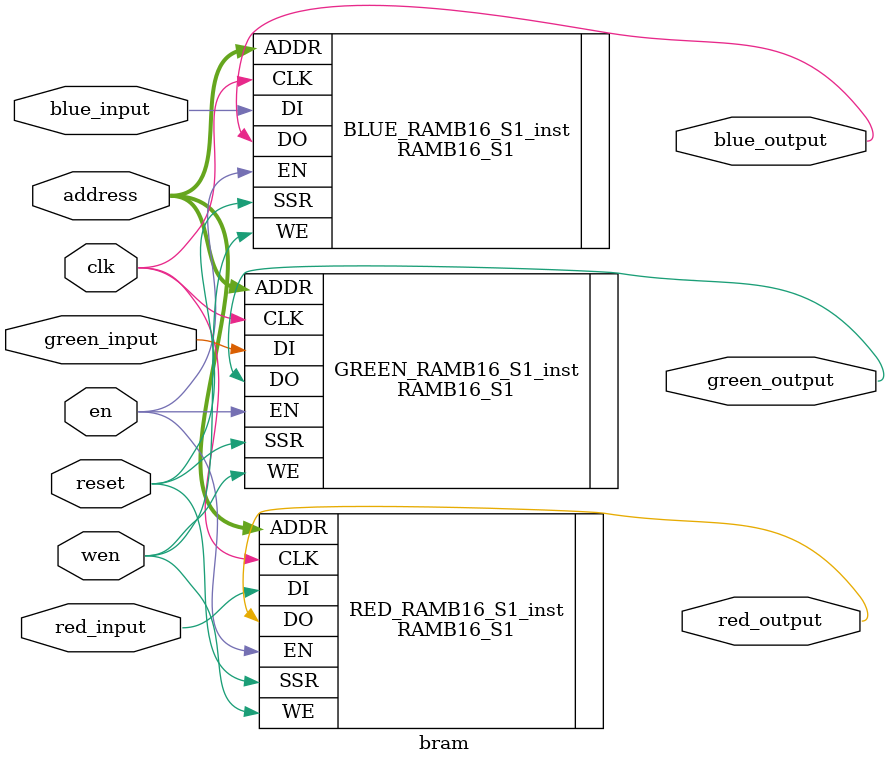
<source format=v>
module bram(clk, reset, en, wen, red_input, green_input, blue_input, address,
            red_output, green_output, blue_output);
input clk, reset, en, wen;
input red_input, green_input, blue_input;
input [13:0] address;
output red_output, green_output, blue_output;

//  RAMB16_S1  : In order to incorporate this function into the design,
//   Verilog   : the forllowing instance declaration needs to be placed
//  instance   : in the body of the design code.  The instance name
// declaration : (RAMB16_S1_inst) and/or the port declarations within the
//    code     : parenthesis may be changed to properly reference and
//             : connect this function to the design.  All inputs
//             : and outputs must be connected.

//  <-----Cut code below this line---->

   // RAMB16_S1: 16kx1 Single-Port RAM
   //            Spartan-3E
   // Xilinx HDL Language Template, version 14.7

   RAMB16_S1 #(
      .INIT(1'b0),  // Value of output RAM registers at startup
      .SRVAL(1'b0), // Output value upon SSR assertion
      .WRITE_MODE("WRITE_FIRST"), // WRITE_FIreset, READ_FIreset or NO_CHANGE

      // The forllowing INIT_xx declarations specify the initial contents of the RAM
      // Address 0 to 4095

      // the red one
      .INIT_2F(256'hFFFFFFFFFFFFFFFFFFFFFFFFFFFFFFFFFFFFFFFFFFFFFFFFFFFFFFFFFFFFFFFFF),
      .INIT_2E(256'hFFFFFFFFFFFFFFFFFFFFFFFFFFFFFFFFFFFFFFFFFFFFFFFFFFFFFFFFFFFFFFFFF),
      .INIT_2D(256'hFFFFFFFFFFFFFFFFFFFFFFFFFFFFFFFFFFFFFFFFFFFFFFFFFFFFFFFFFFFFFFFFF),
      .INIT_2C(256'hFFFFFFFFFFFFFFFFFFFFFFFFFFFFFFFFFFFFFFFFFFFFFFFFFFFFFFFFFFFFFFFFF),
      .INIT_2B(256'hFFFFFFFFFFFFFFFFFFFFFFFFFFFFFFFFFFFFFFFFFFFFFFFFFFFFFFFFFFFFFFFFF),
      .INIT_2A(256'hFFFFFFFFFFFFFFFFFFFFFFFFFFFFFFFFFFFFFFFFFFFFFFFFFFFFFFFFFFFFFFFFF),
      .INIT_29(256'hFFFFFFFFFFFFFFFFFFFFFFFFFFFFFFFFFFFFFFFFFFFFFFFFFFFFFFFFFFFFFFFFF),
      .INIT_28(256'hFFFFFFFFFFFFFFFFFFFFFFFFFFFFFFFFFFFFFFFFFFFFFFFFFFFFFFFFFFFFFFFFF),
      .INIT_27(256'hFFFFFFFFFFFFFFFFFFFFFFFFFFFFFFFFFFFFFFFFFFFFFFFFFFFFFFFFFFFFFFFFF),
      .INIT_26(256'hFFFFFFFFFFFFFFFFFFFFFFFFFFFFFFFFFFFFFFFFFFFFFFFFFFFFFFFFFFFFFFFFF),
      .INIT_25(256'hFFFFFFFFFFFFFFFFFFFFFFFFFFFFFFFFFFFFFFFFFFFFFFFFFFFFFFFFFFFFFFFFF),
      .INIT_24(256'hFFFFFFFFFFFFFFFFFFFFFFFFFFFFFFFFFFFFFFFFFFFFFFFFFFFFFFFFFFFFFFFFF),

      // the green color
      .INIT_23(256'hFFFFFFFFFFFFFFFFFFFFFFFFFFFFFFFF00000000000000000000000000000000),
      .INIT_22(256'hFFFFFFFFFFFFFFFFFFFFFFFFFFFFFFFFFFFFFFFFFFFFFFFFFFFFFFFFFFFFFFFF),
      .INIT_21(256'h00000000000000000000000000000000FFFFFFFFFFFFFFFFFFFFFFFFFFFFFFFF),

      .INIT_20(256'hFFFFFFFFFFFFFFFFFFFFFFFFFFFFFFFF00000000000000000000000000000000),
      .INIT_1F(256'hFFFFFFFFFFFFFFFFFFFFFFFFFFFFFFFFFFFFFFFFFFFFFFFFFFFFFFFFFFFFFFFF),
      .INIT_1E(256'h00000000000000000000000000000000FFFFFFFFFFFFFFFFFFFFFFFFFFFFFFFF),

      .INIT_1D(256'hFFFFFFFFFFFFFFFFFFFFFFFFFFFFFFFF00000000000000000000000000000000),
      .INIT_1C(256'hFFFFFFFFFFFFFFFFFFFFFFFFFFFFFFFFFFFFFFFFFFFFFFFFFFFFFFFFFFFFFFFF),
      .INIT_1B(256'h00000000000000000000000000000000FFFFFFFFFFFFFFFFFFFFFFFFFFFFFFFF),

      .INIT_1A(256'hFFFFFFFFFFFFFFFFFFFFFFFFFFFFFFFF00000000000000000000000000000000),
      .INIT_19(256'hFFFFFFFFFFFFFFFFFFFFFFFFFFFFFFFFFFFFFFFFFFFFFFFFFFFFFFFFFFFFFFFF),
      .INIT_18(256'h00000000000000000000000000000000FFFFFFFFFFFFFFFFFFFFFFFFFFFFFFFF),

      // the blue color
      .INIT_17(256'hFFFFFFFFFFFFFFFFFFFFFFFFFFFFFFFF00000000000000000000000000000000),
      .INIT_16(256'hFFFFFFFFFFFFFFFFFFFFFFFFFFFFFFFFFFFFFFFFFFFFFFFFFFFFFFFFFFFFFFFF),
      .INIT_15(256'h00000000000000000000000000000000FFFFFFFFFFFFFFFFFFFFFFFFFFFFFFFF),

      .INIT_14(256'hFFFFFFFFFFFFFFFFFFFFFFFFFFFFFFFF00000000000000000000000000000000),
      .INIT_13(256'hFFFFFFFFFFFFFFFFFFFFFFFFFFFFFFFFFFFFFFFFFFFFFFFFFFFFFFFFFFFFFFFF),
      .INIT_12(256'h00000000000000000000000000000000FFFFFFFFFFFFFFFFFFFFFFFFFFFFFFFF),

      .INIT_11(256'hFFFFFFFFFFFFFFFFFFFFFFFFFFFFFFFF00000000000000000000000000000000),
      .INIT_10(256'hFFFFFFFFFFFFFFFFFFFFFFFFFFFFFFFFFFFFFFFFFFFFFFFFFFFFFFFFFFFFFFFF),
      .INIT_0F(256'h00000000000000000000000000000000FFFFFFFFFFFFFFFFFFFFFFFFFFFFFFFF),

      .INIT_0E(256'hFFFFFFFFFFFFFFFFFFFFFFFFFFFFFFFF00000000000000000000000000000000),
      .INIT_0D(256'hFFFFFFFFFFFFFFFFFFFFFFFFFFFFFFFFFFFFFFFFFFFFFFFFFFFFFFFFFFFFFFFF),
      .INIT_0C(256'h00000000000000000000000000000000FFFFFFFFFFFFFFFFFFFFFFFFFFFFFFFF),

      // the multicolor area
      .INIT_0B(256'h00000000000000000000000000000000_E1E1E1E1E1E1E1E1E1E1E1E1E1E1E1E1),
      .INIT_0A(256'hE1E1E1E1E1E1E1E1E1E1E1E1E1E1E1E1_E1E1E1E1E1E1E1E1E1E1E1E1E1E1E1E1),
      .INIT_09(256'hE1E1E1E1E1E1E1E1E1E1E1E1E1E1E1E1_E1E1E1E1E1E1E1E1E1E1E1E1E1E1E1E1),
      .INIT_08(256'hE1E1E1E1E1E1E1E1E1E1E1E1E1E1E1E1_E1E1E1E1E1E1E1E1E1E1E1E1E1E1E1E1),
      .INIT_07(256'hE1E1E1E1E1E1E1E1E1E1E1E1E1E1E1E1_E1E1E1E1E1E1E1E1E1E1E1E1E1E1E1E1),
      .INIT_06(256'hE1E1E1E1E1E1E1E1E1E1E1E1E1E1E1E1_E1E1E1E1E1E1E1E1E1E1E1E1E1E1E1E1),
      .INIT_05(256'hE1E1E1E1E1E1E1E1E1E1E1E1E1E1E1E1_E1E1E1E1E1E1E1E1E1E1E1E1E1E1E1E1),
      .INIT_04(256'hE1E1E1E1E1E1E1E1E1E1E1E1E1E1E1E1_E1E1E1E1E1E1E1E1E1E1E1E1E1E1E1E1),
      .INIT_03(256'hE1E1E1E1E1E1E1E1E1E1E1E1E1E1E1E1_E1E1E1E1E1E1E1E1E1E1E1E1E1E1E1E1),
      .INIT_02(256'hE1E1E1E1E1E1E1E1E1E1E1E1E1E1E1E1_E1E1E1E1E1E1E1E1E1E1E1E1E1E1E1E1),
      .INIT_01(256'hE1E1E1E1E1E1E1E1E1E1E1E1E1E1E1E1_E1E1E1E1E1E1E1E1E1E1E1E1E1E1E1E1),
      .INIT_00(256'hE1E1E1E1E1E1E1E1E1E1E1E1E1E1E1E1_00000000000000000000000000000000),

      // APO EDW KAI KATW DEN XREIAZETAI!

      // Address 12288 to 16383
      .INIT_30(256'h0000000000000000000000000000000000000000000000000000000000000000),
      .INIT_31(256'h0000000000000000000000000000000000000000000000000000000000000000),
      .INIT_32(256'h0000000000000000000000000000000000000000000000000000000000000000),
      .INIT_33(256'h0000000000000000000000000000000000000000000000000000000000000000),
      .INIT_34(256'h0000000000000000000000000000000000000000000000000000000000000000),
      .INIT_35(256'h0000000000000000000000000000000000000000000000000000000000000000),
      .INIT_36(256'h0000000000000000000000000000000000000000000000000000000000000000),
      .INIT_37(256'h0000000000000000000000000000000000000000000000000000000000000000),
      .INIT_38(256'h0000000000000000000000000000000000000000000000000000000000000000),
      .INIT_39(256'h0000000000000000000000000000000000000000000000000000000000000000),
      .INIT_3A(256'h0000000000000000000000000000000000000000000000000000000000000000),
      .INIT_3B(256'h0000000000000000000000000000000000000000000000000000000000000000),
      .INIT_3C(256'h0000000000000000000000000000000000000000000000000000000000000000),
      .INIT_3D(256'h0000000000000000000000000000000000000000000000000000000000000000),
      .INIT_3E(256'h0000000000000000000000000000000000000000000000000000000000000000),
      .INIT_3F(256'h0000000000000000000000000000000000000000000000000000000000000000)
    ) RED_RAMB16_S1_inst (
      .DO(red_output),     // 1-bit Data Output
      .ADDR(address),        // 14-bit Address Input
      .CLK(clk),             // Clock
      .DI(red_input),      // 1-bit Data Input
      .EN(en),               // RAM Enable Input
      .SSR(reset),             // Synchronous Set/Reset Input
      .WE(wen)               // Write Enable Input
   );

   // ****************************************************************************************************

  RAMB16_S1 #(
    .INIT(1'b0),  // Value of output RAM registers at startup
    .SRVAL(1'b0), // Output value upon SSR assertion
    .WRITE_MODE("WRITE_FIRST"), // WRITE_FIreset, READ_FIreset or NO_CHANGE

    // The forllowing INIT_xx declarations specify the initial contents of the RAM
    // Address 0 to 4095

    // the red one
    .INIT_2F(256'hFFFFFFFFFFFFFFFFFFFFFFFFFFFFFFFF00000000000000000000000000000000),
    .INIT_2E(256'hFFFFFFFFFFFFFFFFFFFFFFFFFFFFFFFFFFFFFFFFFFFFFFFFFFFFFFFFFFFFFFFFF),
    .INIT_2D(256'h00000000000000000000000000000000FFFFFFFFFFFFFFFFFFFFFFFFFFFFFFFF),

    .INIT_2C(256'hFFFFFFFFFFFFFFFFFFFFFFFFFFFFFFFF00000000000000000000000000000000),
    .INIT_2B(256'hFFFFFFFFFFFFFFFFFFFFFFFFFFFFFFFFFFFFFFFFFFFFFFFFFFFFFFFFFFFFFFFFF),
    .INIT_2A(256'h00000000000000000000000000000000FFFFFFFFFFFFFFFFFFFFFFFFFFFFFFFF),

    .INIT_29(256'hFFFFFFFFFFFFFFFFFFFFFFFFFFFFFFFF00000000000000000000000000000000),
    .INIT_28(256'hFFFFFFFFFFFFFFFFFFFFFFFFFFFFFFFFFFFFFFFFFFFFFFFFFFFFFFFFFFFFFFFFF),
    .INIT_27(256'h00000000000000000000000000000000FFFFFFFFFFFFFFFFFFFFFFFFFFFFFFFF),

    .INIT_26(256'hFFFFFFFFFFFFFFFFFFFFFFFFFFFFFFFF00000000000000000000000000000000),
    .INIT_25(256'hFFFFFFFFFFFFFFFFFFFFFFFFFFFFFFFFFFFFFFFFFFFFFFFFFFFFFFFFFFFFFFFFF),
    .INIT_24(256'h00000000000000000000000000000000FFFFFFFFFFFFFFFFFFFFFFFFFFFFFFFF),

    // the green color
    .INIT_23(256'hFFFFFFFFFFFFFFFFFFFFFFFFFFFFFFFFFFFFFFFFFFFFFFFFFFFFFFFFFFFFFFFFF),
    .INIT_22(256'hFFFFFFFFFFFFFFFFFFFFFFFFFFFFFFFFFFFFFFFFFFFFFFFFFFFFFFFFFFFFFFFFF),
    .INIT_21(256'hFFFFFFFFFFFFFFFFFFFFFFFFFFFFFFFFFFFFFFFFFFFFFFFFFFFFFFFFFFFFFFFFF),
    .INIT_20(256'hFFFFFFFFFFFFFFFFFFFFFFFFFFFFFFFFFFFFFFFFFFFFFFFFFFFFFFFFFFFFFFFFF),
    .INIT_1F(256'hFFFFFFFFFFFFFFFFFFFFFFFFFFFFFFFFFFFFFFFFFFFFFFFFFFFFFFFFFFFFFFFFF),
    .INIT_1E(256'hFFFFFFFFFFFFFFFFFFFFFFFFFFFFFFFFFFFFFFFFFFFFFFFFFFFFFFFFFFFFFFFFF),
    .INIT_1D(256'hFFFFFFFFFFFFFFFFFFFFFFFFFFFFFFFFFFFFFFFFFFFFFFFFFFFFFFFFFFFFFFFFF),
    .INIT_1C(256'hFFFFFFFFFFFFFFFFFFFFFFFFFFFFFFFFFFFFFFFFFFFFFFFFFFFFFFFFFFFFFFFFF),
    .INIT_1B(256'hFFFFFFFFFFFFFFFFFFFFFFFFFFFFFFFFFFFFFFFFFFFFFFFFFFFFFFFFFFFFFFFFF),
    .INIT_1A(256'hFFFFFFFFFFFFFFFFFFFFFFFFFFFFFFFFFFFFFFFFFFFFFFFFFFFFFFFFFFFFFFFFF),
    .INIT_19(256'hFFFFFFFFFFFFFFFFFFFFFFFFFFFFFFFFFFFFFFFFFFFFFFFFFFFFFFFFFFFFFFFFF),
    .INIT_18(256'hFFFFFFFFFFFFFFFFFFFFFFFFFFFFFFFFFFFFFFFFFFFFFFFFFFFFFFFFFFFFFFFFF),

    // the blue color
    .INIT_17(256'hFFFFFFFFFFFFFFFFFFFFFFFFFFFFFFFF00000000000000000000000000000000),
    .INIT_16(256'hFFFFFFFFFFFFFFFFFFFFFFFFFFFFFFFFFFFFFFFFFFFFFFFFFFFFFFFFFFFFFFFFF),
    .INIT_15(256'h00000000000000000000000000000000FFFFFFFFFFFFFFFFFFFFFFFFFFFFFFFF),

    .INIT_14(256'hFFFFFFFFFFFFFFFFFFFFFFFFFFFFFFFF00000000000000000000000000000000),
    .INIT_13(256'hFFFFFFFFFFFFFFFFFFFFFFFFFFFFFFFFFFFFFFFFFFFFFFFFFFFFFFFFFFFFFFFFF),
    .INIT_12(256'h00000000000000000000000000000000FFFFFFFFFFFFFFFFFFFFFFFFFFFFFFFF),

    .INIT_11(256'hFFFFFFFFFFFFFFFFFFFFFFFFFFFFFFFF00000000000000000000000000000000),
    .INIT_10(256'hFFFFFFFFFFFFFFFFFFFFFFFFFFFFFFFFFFFFFFFFFFFFFFFFFFFFFFFFFFFFFFFFF),
    .INIT_0F(256'h00000000000000000000000000000000FFFFFFFFFFFFFFFFFFFFFFFFFFFFFFFF),

    .INIT_0E(256'hFFFFFFFFFFFFFFFFFFFFFFFFFFFFFFFF00000000000000000000000000000000),
    .INIT_0D(256'hFFFFFFFFFFFFFFFFFFFFFFFFFFFFFFFFFFFFFFFFFFFFFFFFFFFFFFFFFFFFFFFFF),
    .INIT_0C(256'h00000000000000000000000000000000FFFFFFFFFFFFFFFFFFFFFFFFFFFFFFFF),

    // the multicolor area
    .INIT_0B(256'h00000000000000000000000000000000_99999999999999999999999999999999),
    .INIT_0A(256'h99999999999999999999999999999999_99999999999999999999999999999999),
    .INIT_09(256'h99999999999999999999999999999999_99999999999999999999999999999999),
    .INIT_08(256'h99999999999999999999999999999999_99999999999999999999999999999999),
    .INIT_07(256'h99999999999999999999999999999999_99999999999999999999999999999999),
    .INIT_06(256'h99999999999999999999999999999999_99999999999999999999999999999999),
    .INIT_05(256'h99999999999999999999999999999999_99999999999999999999999999999999),
    .INIT_04(256'h99999999999999999999999999999999_99999999999999999999999999999999),
    .INIT_03(256'h99999999999999999999999999999999_99999999999999999999999999999999),
    .INIT_02(256'h99999999999999999999999999999999_99999999999999999999999999999999),
    .INIT_01(256'h99999999999999999999999999999999_99999999999999999999999999999999),
    .INIT_00(256'h99999999999999999999999999999999_00000000000000000000000000000000),

    // APO EDW KAI KATW DEN XREIAZETAI!

    // Address 12288 to 16383
    .INIT_30(256'h0000000000000000000000000000000000000000000000000000000000000000),
    .INIT_31(256'h0000000000000000000000000000000000000000000000000000000000000000),
    .INIT_32(256'h0000000000000000000000000000000000000000000000000000000000000000),
    .INIT_33(256'h0000000000000000000000000000000000000000000000000000000000000000),
    .INIT_34(256'h0000000000000000000000000000000000000000000000000000000000000000),
    .INIT_35(256'h0000000000000000000000000000000000000000000000000000000000000000),
    .INIT_36(256'h0000000000000000000000000000000000000000000000000000000000000000),
    .INIT_37(256'h0000000000000000000000000000000000000000000000000000000000000000),
    .INIT_38(256'h0000000000000000000000000000000000000000000000000000000000000000),
    .INIT_39(256'h0000000000000000000000000000000000000000000000000000000000000000),
    .INIT_3A(256'h0000000000000000000000000000000000000000000000000000000000000000),
    .INIT_3B(256'h0000000000000000000000000000000000000000000000000000000000000000),
    .INIT_3C(256'h0000000000000000000000000000000000000000000000000000000000000000),
    .INIT_3D(256'h0000000000000000000000000000000000000000000000000000000000000000),
    .INIT_3E(256'h0000000000000000000000000000000000000000000000000000000000000000),
    .INIT_3F(256'h0000000000000000000000000000000000000000000000000000000000000000)
    ) GREEN_RAMB16_S1_inst (
      .DO(green_output),     // 1-bit Data Output
      .ADDR(address),        // 14-bit Address Input
      .CLK(clk),             // Clock
      .DI(green_input),      // 1-bit Data Input
      .EN(en),               // RAM Enable Input
      .SSR(reset),             // Synchronous Set/Reset Input
      .WE(wen)               // Write Enable Input
      );

  // ****************************************************************************************************

  RAMB16_S1 #(
     .INIT(1'b0),  // Value of output RAM registers at startup
     .SRVAL(1'b0), // Output value upon SSR assertion
     .WRITE_MODE("WRITE_FIRST"), // WRITE_FIreset, READ_FIreset or NO_CHANGE

     // The forllowing INIT_xx declarations specify the initial contents of the RAM
     // Address 0 to 4095

     // the red one
     .INIT_2F(256'hFFFFFFFFFFFFFFFFFFFFFFFFFFFFFFFF00000000000000000000000000000000),
     .INIT_2E(256'hFFFFFFFFFFFFFFFFFFFFFFFFFFFFFFFFFFFFFFFFFFFFFFFFFFFFFFFFFFFFFFFFF),
     .INIT_2D(256'h00000000000000000000000000000000FFFFFFFFFFFFFFFFFFFFFFFFFFFFFFFF),

     .INIT_2C(256'hFFFFFFFFFFFFFFFFFFFFFFFFFFFFFFFF00000000000000000000000000000000),
     .INIT_2B(256'hFFFFFFFFFFFFFFFFFFFFFFFFFFFFFFFFFFFFFFFFFFFFFFFFFFFFFFFFFFFFFFFFF),
     .INIT_2A(256'h00000000000000000000000000000000FFFFFFFFFFFFFFFFFFFFFFFFFFFFFFFF),

     .INIT_29(256'hFFFFFFFFFFFFFFFFFFFFFFFFFFFFFFFF00000000000000000000000000000000),
     .INIT_28(256'hFFFFFFFFFFFFFFFFFFFFFFFFFFFFFFFFFFFFFFFFFFFFFFFFFFFFFFFFFFFFFFFFF),
     .INIT_27(256'h00000000000000000000000000000000FFFFFFFFFFFFFFFFFFFFFFFFFFFFFFFF),

     .INIT_26(256'hFFFFFFFFFFFFFFFFFFFFFFFFFFFFFFFF00000000000000000000000000000000),
     .INIT_25(256'hFFFFFFFFFFFFFFFFFFFFFFFFFFFFFFFFFFFFFFFFFFFFFFFFFFFFFFFFFFFFFFFFF),
     .INIT_24(256'h00000000000000000000000000000000FFFFFFFFFFFFFFFFFFFFFFFFFFFFFFFF),

     // the green color
     .INIT_23(256'hFFFFFFFFFFFFFFFFFFFFFFFFFFFFFFFF00000000000000000000000000000000),
     .INIT_22(256'hFFFFFFFFFFFFFFFFFFFFFFFFFFFFFFFFFFFFFFFFFFFFFFFFFFFFFFFFFFFFFFFFF),
     .INIT_21(256'h00000000000000000000000000000000FFFFFFFFFFFFFFFFFFFFFFFFFFFFFFFF),

     .INIT_20(256'hFFFFFFFFFFFFFFFFFFFFFFFFFFFFFFFF00000000000000000000000000000000),
     .INIT_1F(256'hFFFFFFFFFFFFFFFFFFFFFFFFFFFFFFFFFFFFFFFFFFFFFFFFFFFFFFFFFFFFFFFFF),
     .INIT_1E(256'h00000000000000000000000000000000FFFFFFFFFFFFFFFFFFFFFFFFFFFFFFFF),

     .INIT_1D(256'hFFFFFFFFFFFFFFFFFFFFFFFFFFFFFFFF00000000000000000000000000000000),
     .INIT_1C(256'hFFFFFFFFFFFFFFFFFFFFFFFFFFFFFFFFFFFFFFFFFFFFFFFFFFFFFFFFFFFFFFFFF),
     .INIT_1B(256'h00000000000000000000000000000000FFFFFFFFFFFFFFFFFFFFFFFFFFFFFFFF),

     .INIT_1A(256'hFFFFFFFFFFFFFFFFFFFFFFFFFFFFFFFF00000000000000000000000000000000),
     .INIT_19(256'hFFFFFFFFFFFFFFFFFFFFFFFFFFFFFFFFFFFFFFFFFFFFFFFFFFFFFFFFFFFFFFFFF),
     .INIT_18(256'h00000000000000000000000000000000FFFFFFFFFFFFFFFFFFFFFFFFFFFFFFFF),

     // the blue color
     .INIT_17(256'hFFFFFFFFFFFFFFFFFFFFFFFFFFFFFFFFFFFFFFFFFFFFFFFFFFFFFFFFFFFFFFFFF),
     .INIT_16(256'hFFFFFFFFFFFFFFFFFFFFFFFFFFFFFFFFFFFFFFFFFFFFFFFFFFFFFFFFFFFFFFFFF),
     .INIT_15(256'hFFFFFFFFFFFFFFFFFFFFFFFFFFFFFFFFFFFFFFFFFFFFFFFFFFFFFFFFFFFFFFFFF),
     .INIT_14(256'hFFFFFFFFFFFFFFFFFFFFFFFFFFFFFFFFFFFFFFFFFFFFFFFFFFFFFFFFFFFFFFFFF),
     .INIT_13(256'hFFFFFFFFFFFFFFFFFFFFFFFFFFFFFFFFFFFFFFFFFFFFFFFFFFFFFFFFFFFFFFFFF),
     .INIT_12(256'hFFFFFFFFFFFFFFFFFFFFFFFFFFFFFFFFFFFFFFFFFFFFFFFFFFFFFFFFFFFFFFFFF),
     .INIT_11(256'hFFFFFFFFFFFFFFFFFFFFFFFFFFFFFFFFFFFFFFFFFFFFFFFFFFFFFFFFFFFFFFFFF),
     .INIT_10(256'hFFFFFFFFFFFFFFFFFFFFFFFFFFFFFFFFFFFFFFFFFFFFFFFFFFFFFFFFFFFFFFFFF),
     .INIT_0F(256'hFFFFFFFFFFFFFFFFFFFFFFFFFFFFFFFFFFFFFFFFFFFFFFFFFFFFFFFFFFFFFFFFF),
     .INIT_0E(256'hFFFFFFFFFFFFFFFFFFFFFFFFFFFFFFFFFFFFFFFFFFFFFFFFFFFFFFFFFFFFFFFFF),
     .INIT_0D(256'hFFFFFFFFFFFFFFFFFFFFFFFFFFFFFFFFFFFFFFFFFFFFFFFFFFFFFFFFFFFFFFFFF),
     .INIT_0C(256'hFFFFFFFFFFFFFFFFFFFFFFFFFFFFFFFFFFFFFFFFFFFFFFFFFFFFFFFFFFFFFFFFF),

     // the multicolor area
     .INIT_0B(256'h00000000000000000000000000000000_87878787878787878787878787878787),
     .INIT_0A(256'h87878787878787878787878787878787_87878787878787878787878787878787),
     .INIT_09(256'h87878787878787878787878787878787_87878787878787878787878787878787),
     .INIT_08(256'h87878787878787878787878787878787_87878787878787878787878787878787),
     .INIT_07(256'h87878787878787878787878787878787_87878787878787878787878787878787),
     .INIT_06(256'h87878787878787878787878787878787_87878787878787878787878787878787),
     .INIT_05(256'h87878787878787878787878787878787_87878787878787878787878787878787),
     .INIT_04(256'h87878787878787878787878787878787_87878787878787878787878787878787),
     .INIT_03(256'h87878787878787878787878787878787_87878787878787878787878787878787),
     .INIT_02(256'h87878787878787878787878787878787_87878787878787878787878787878787),
     .INIT_01(256'h87878787878787878787878787878787_87878787878787878787878787878787),
     .INIT_00(256'h87878787878787878787878787878787_00000000000000000000000000000000),

     // APO EDW KAI KATW DEN XREIAZETAI!

     // Address 12288 to 16383
     .INIT_30(256'h0000000000000000000000000000000000000000000000000000000000000000),
     .INIT_31(256'h0000000000000000000000000000000000000000000000000000000000000000),
     .INIT_32(256'h0000000000000000000000000000000000000000000000000000000000000000),
     .INIT_33(256'h0000000000000000000000000000000000000000000000000000000000000000),
     .INIT_34(256'h0000000000000000000000000000000000000000000000000000000000000000),
     .INIT_35(256'h0000000000000000000000000000000000000000000000000000000000000000),
     .INIT_36(256'h0000000000000000000000000000000000000000000000000000000000000000),
     .INIT_37(256'h0000000000000000000000000000000000000000000000000000000000000000),
     .INIT_38(256'h0000000000000000000000000000000000000000000000000000000000000000),
     .INIT_39(256'h0000000000000000000000000000000000000000000000000000000000000000),
     .INIT_3A(256'h0000000000000000000000000000000000000000000000000000000000000000),
     .INIT_3B(256'h0000000000000000000000000000000000000000000000000000000000000000),
     .INIT_3C(256'h0000000000000000000000000000000000000000000000000000000000000000),
     .INIT_3D(256'h0000000000000000000000000000000000000000000000000000000000000000),
     .INIT_3E(256'h0000000000000000000000000000000000000000000000000000000000000000),
     .INIT_3F(256'h0000000000000000000000000000000000000000000000000000000000000000)
    ) BLUE_RAMB16_S1_inst (
     .DO(blue_output),     // 1-bit Data Output
     .ADDR(address),        // 14-bit Address Input
     .CLK(clk),             // Clock
     .DI(blue_input),      // 1-bit Data Input
     .EN(en),               // RAM Enable Input
     .SSR(reset),             // Synchronous Set/Reset Input
     .WE(wen)               // Write Enable Input
  );


endmodule

</source>
